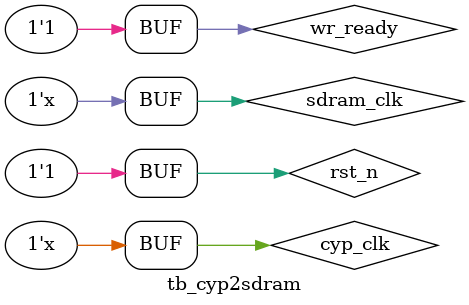
<source format=v>

module tb_cyp2sdram();

reg cyp_clk,sdram_clk,rst_n;
reg [15:0] usb_fd_i;
wire  wr_ready = 1;

wire [1:0]  usb_fifoaddr;
wire [15:0] usb_fd_o;
wire [15:0] wr_data;
wire [21:0] wr_addr;

initial begin
	cyp_clk = 0;
	sdram_clk = 0;
	rst_n = 0;
	usb_fd_i = 16'd0;
	#100;
	rst_n = 1;
end


always@(*) #3.25 sdram_clk <= !sdram_clk; //133mhz
always@(*) #10 cyp_clk <= !cyp_clk; //48mhz

	
always@(posedge cyp_clk or negedge rst_n)begin
	if(!rst_n)begin
		usb_fd_i <= 16'd0;
	end
	else if(!usb_slrd) begin
		if(usb_fd_i == 16'd256)
			usb_fd_i <= usb_fd_i;
		else
			usb_fd_i <= usb_fd_i + 1;
	end
end

assign  usb_flaga = !(usb_fd_i == 16'd256);





cyp2sdram_top dut_inst(/*autoinst*/
    .cyp_clk                        (cyp_clk                                    ), // input 
    .sdram_clk                      (sdram_clk                                  ), // input 
    .rst_n                      (rst_n                                  ), // input 
    	
    .usb_clk                        (usb_clk                                    ), // output
    .usb_fifoaddr                   (usb_fifoaddr[1:0]                          ), // output
    .usb_slcs                       (usb_slcs                                   ), // output
    .usb_sloe                       (usb_sloe                                   ), // output
    .usb_slrd                       (usb_slrd                                   ), // output
    .usb_slwr                       (usb_slwr                                   ), // output
    	
    	//inout [15:0] 	  usb_fd,        //CY68013 Data
    .usb_fd_i                       (usb_fd_i[15:0]                             ), // input 
    .usb_fd_o                       (usb_fd_o[15:0]                             ), // output
    .usb_fd_oe                      (usb_fd_oe                                  ), // output
    	
    .usb_flaga                      (usb_flaga                                 ), // input 
    .usb_flagb                      (1                                  ), // input 
    .usb_flagc                      (1                                  ), // input 
    .pa0                            (pa0                                        ), // output

    		//
    .wr_data                        (wr_data[15:0]                              ), // output
    .wr_addr                        (wr_addr[21:0]                              ), // output
    .wr_valid                       (wr_valid                                   ), // output
    .wr_ready                       (wr_ready                                   )  // input 
);

endmodule

</source>
